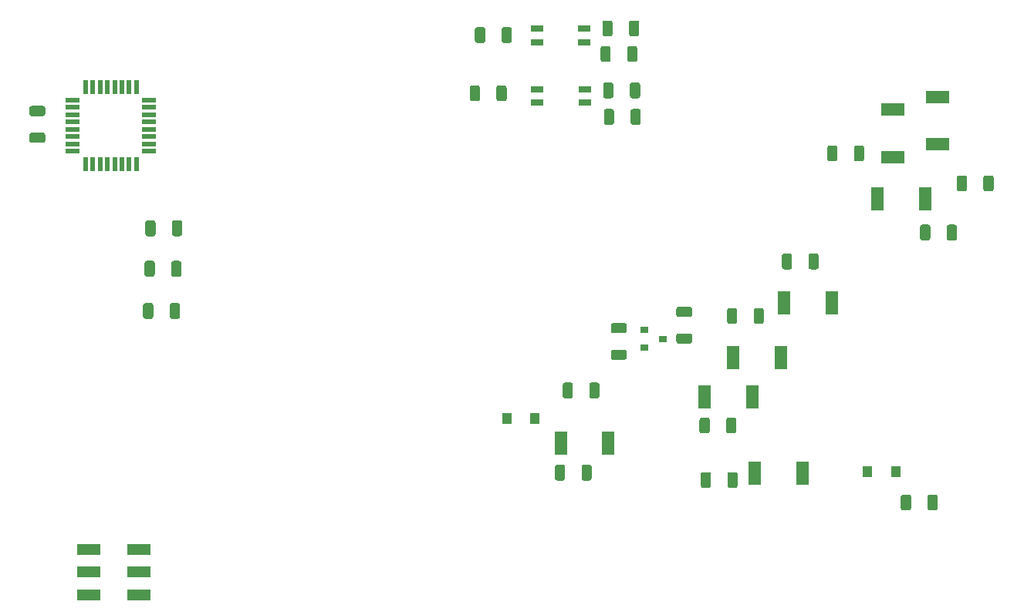
<source format=gbp>
%TF.GenerationSoftware,KiCad,Pcbnew,5.1.10-88a1d61d58~88~ubuntu20.04.1*%
%TF.CreationDate,2021-06-09T14:37:20-04:00*%
%TF.ProjectId,avBadge_2021,61764261-6467-4655-9f32-3032312e6b69,rev?*%
%TF.SameCoordinates,Original*%
%TF.FileFunction,Paste,Bot*%
%TF.FilePolarity,Positive*%
%FSLAX46Y46*%
G04 Gerber Fmt 4.6, Leading zero omitted, Abs format (unit mm)*
G04 Created by KiCad (PCBNEW 5.1.10-88a1d61d58~88~ubuntu20.04.1) date 2021-06-09 14:37:20*
%MOMM*%
%LPD*%
G01*
G04 APERTURE LIST*
%ADD10R,1.400000X2.600000*%
%ADD11R,2.500000X1.200000*%
%ADD12R,0.550000X1.500000*%
%ADD13R,1.500000X0.550000*%
%ADD14R,1.080000X1.250000*%
%ADD15R,0.900000X0.800000*%
%ADD16R,1.400000X0.800000*%
%ADD17R,2.600000X1.400000*%
G04 APERTURE END LIST*
D10*
%TO.C,D8*%
X199737360Y-95895160D03*
X204937360Y-95895160D03*
%TD*%
%TO.C,D6*%
X186270280Y-125994160D03*
X191470280Y-125994160D03*
%TD*%
%TO.C,D7*%
X164980000Y-122737880D03*
X170180000Y-122737880D03*
%TD*%
D11*
%TO.C,SW1*%
X113231480Y-139390760D03*
X113231480Y-136890760D03*
X113231480Y-134390760D03*
X118731480Y-139390760D03*
X118731480Y-136890760D03*
X118731480Y-134390760D03*
%TD*%
D12*
%TO.C,U1*%
X112836040Y-92043360D03*
X113636040Y-92043360D03*
X114436040Y-92043360D03*
X115236040Y-92043360D03*
X116036040Y-92043360D03*
X116836040Y-92043360D03*
X117636040Y-92043360D03*
X118436040Y-92043360D03*
D13*
X119836040Y-90643360D03*
X119836040Y-89843360D03*
X119836040Y-89043360D03*
X119836040Y-88243360D03*
X119836040Y-87443360D03*
X119836040Y-86643360D03*
X119836040Y-85843360D03*
X119836040Y-85043360D03*
D12*
X118436040Y-83643360D03*
X117636040Y-83643360D03*
X116836040Y-83643360D03*
X116036040Y-83643360D03*
X115236040Y-83643360D03*
X114436040Y-83643360D03*
X113636040Y-83643360D03*
D13*
X111436040Y-85043360D03*
X111436040Y-85843360D03*
X111436040Y-86643360D03*
X111436040Y-87443360D03*
X111436040Y-88243360D03*
X111436040Y-89043360D03*
X111436040Y-89843360D03*
X111436040Y-90643360D03*
D12*
X112836040Y-83643360D03*
%TD*%
D14*
%TO.C,D5*%
X159043760Y-119969280D03*
X162163760Y-119969280D03*
%TD*%
%TO.C,C1*%
G36*
G01*
X108173681Y-86796580D02*
X106923679Y-86796580D01*
G75*
G02*
X106673680Y-86546581I0J249999D01*
G01*
X106673680Y-85921579D01*
G75*
G02*
X106923679Y-85671580I249999J0D01*
G01*
X108173681Y-85671580D01*
G75*
G02*
X108423680Y-85921579I0J-249999D01*
G01*
X108423680Y-86546581D01*
G75*
G02*
X108173681Y-86796580I-249999J0D01*
G01*
G37*
G36*
G01*
X108173681Y-89721580D02*
X106923679Y-89721580D01*
G75*
G02*
X106673680Y-89471581I0J249999D01*
G01*
X106673680Y-88846579D01*
G75*
G02*
X106923679Y-88596580I249999J0D01*
G01*
X108173681Y-88596580D01*
G75*
G02*
X108423680Y-88846579I0J-249999D01*
G01*
X108423680Y-89471581D01*
G75*
G02*
X108173681Y-89721580I-249999J0D01*
G01*
G37*
%TD*%
%TO.C,C2*%
G36*
G01*
X179151441Y-108863020D02*
X177901439Y-108863020D01*
G75*
G02*
X177651440Y-108613021I0J249999D01*
G01*
X177651440Y-107988019D01*
G75*
G02*
X177901439Y-107738020I249999J0D01*
G01*
X179151441Y-107738020D01*
G75*
G02*
X179401440Y-107988019I0J-249999D01*
G01*
X179401440Y-108613021D01*
G75*
G02*
X179151441Y-108863020I-249999J0D01*
G01*
G37*
G36*
G01*
X179151441Y-111788020D02*
X177901439Y-111788020D01*
G75*
G02*
X177651440Y-111538021I0J249999D01*
G01*
X177651440Y-110913019D01*
G75*
G02*
X177901439Y-110663020I249999J0D01*
G01*
X179151441Y-110663020D01*
G75*
G02*
X179401440Y-110913019I0J-249999D01*
G01*
X179401440Y-111538021D01*
G75*
G02*
X179151441Y-111788020I-249999J0D01*
G01*
G37*
%TD*%
%TO.C,D3*%
X198617400Y-125846840D03*
X201737400Y-125846840D03*
%TD*%
%TO.C,R2*%
G36*
G01*
X170839020Y-86263319D02*
X170839020Y-87513321D01*
G75*
G02*
X170589021Y-87763320I-249999J0D01*
G01*
X169964019Y-87763320D01*
G75*
G02*
X169714020Y-87513321I0J249999D01*
G01*
X169714020Y-86263319D01*
G75*
G02*
X169964019Y-86013320I249999J0D01*
G01*
X170589021Y-86013320D01*
G75*
G02*
X170839020Y-86263319I0J-249999D01*
G01*
G37*
G36*
G01*
X173764020Y-86263319D02*
X173764020Y-87513321D01*
G75*
G02*
X173514021Y-87763320I-249999J0D01*
G01*
X172889019Y-87763320D01*
G75*
G02*
X172639020Y-87513321I0J249999D01*
G01*
X172639020Y-86263319D01*
G75*
G02*
X172889019Y-86013320I249999J0D01*
G01*
X173514021Y-86013320D01*
G75*
G02*
X173764020Y-86263319I0J-249999D01*
G01*
G37*
%TD*%
%TO.C,R1*%
G36*
G01*
X170463100Y-79344359D02*
X170463100Y-80594361D01*
G75*
G02*
X170213101Y-80844360I-249999J0D01*
G01*
X169588099Y-80844360D01*
G75*
G02*
X169338100Y-80594361I0J249999D01*
G01*
X169338100Y-79344359D01*
G75*
G02*
X169588099Y-79094360I249999J0D01*
G01*
X170213101Y-79094360D01*
G75*
G02*
X170463100Y-79344359I0J-249999D01*
G01*
G37*
G36*
G01*
X173388100Y-79344359D02*
X173388100Y-80594361D01*
G75*
G02*
X173138101Y-80844360I-249999J0D01*
G01*
X172513099Y-80844360D01*
G75*
G02*
X172263100Y-80594361I0J249999D01*
G01*
X172263100Y-79344359D01*
G75*
G02*
X172513099Y-79094360I249999J0D01*
G01*
X173138101Y-79094360D01*
G75*
G02*
X173388100Y-79344359I0J-249999D01*
G01*
G37*
%TD*%
%TO.C,R4*%
G36*
G01*
X157919800Y-84912361D02*
X157919800Y-83662359D01*
G75*
G02*
X158169799Y-83412360I249999J0D01*
G01*
X158794801Y-83412360D01*
G75*
G02*
X159044800Y-83662359I0J-249999D01*
G01*
X159044800Y-84912361D01*
G75*
G02*
X158794801Y-85162360I-249999J0D01*
G01*
X158169799Y-85162360D01*
G75*
G02*
X157919800Y-84912361I0J249999D01*
G01*
G37*
G36*
G01*
X154994800Y-84912361D02*
X154994800Y-83662359D01*
G75*
G02*
X155244799Y-83412360I249999J0D01*
G01*
X155869801Y-83412360D01*
G75*
G02*
X156119800Y-83662359I0J-249999D01*
G01*
X156119800Y-84912361D01*
G75*
G02*
X155869801Y-85162360I-249999J0D01*
G01*
X155244799Y-85162360D01*
G75*
G02*
X154994800Y-84912361I0J249999D01*
G01*
G37*
%TD*%
%TO.C,R3*%
G36*
G01*
X158493840Y-78516641D02*
X158493840Y-77266639D01*
G75*
G02*
X158743839Y-77016640I249999J0D01*
G01*
X159368841Y-77016640D01*
G75*
G02*
X159618840Y-77266639I0J-249999D01*
G01*
X159618840Y-78516641D01*
G75*
G02*
X159368841Y-78766640I-249999J0D01*
G01*
X158743839Y-78766640D01*
G75*
G02*
X158493840Y-78516641I0J249999D01*
G01*
G37*
G36*
G01*
X155568840Y-78516641D02*
X155568840Y-77266639D01*
G75*
G02*
X155818839Y-77016640I249999J0D01*
G01*
X156443841Y-77016640D01*
G75*
G02*
X156693840Y-77266639I0J-249999D01*
G01*
X156693840Y-78516641D01*
G75*
G02*
X156443841Y-78766640I-249999J0D01*
G01*
X155818839Y-78766640D01*
G75*
G02*
X155568840Y-78516641I0J249999D01*
G01*
G37*
%TD*%
%TO.C,R6*%
G36*
G01*
X170767900Y-83337239D02*
X170767900Y-84587241D01*
G75*
G02*
X170517901Y-84837240I-249999J0D01*
G01*
X169892899Y-84837240D01*
G75*
G02*
X169642900Y-84587241I0J249999D01*
G01*
X169642900Y-83337239D01*
G75*
G02*
X169892899Y-83087240I249999J0D01*
G01*
X170517901Y-83087240D01*
G75*
G02*
X170767900Y-83337239I0J-249999D01*
G01*
G37*
G36*
G01*
X173692900Y-83337239D02*
X173692900Y-84587241D01*
G75*
G02*
X173442901Y-84837240I-249999J0D01*
G01*
X172817899Y-84837240D01*
G75*
G02*
X172567900Y-84587241I0J249999D01*
G01*
X172567900Y-83337239D01*
G75*
G02*
X172817899Y-83087240I249999J0D01*
G01*
X173442901Y-83087240D01*
G75*
G02*
X173692900Y-83337239I0J-249999D01*
G01*
G37*
%TD*%
%TO.C,R5*%
G36*
G01*
X170666300Y-76535119D02*
X170666300Y-77785121D01*
G75*
G02*
X170416301Y-78035120I-249999J0D01*
G01*
X169791299Y-78035120D01*
G75*
G02*
X169541300Y-77785121I0J249999D01*
G01*
X169541300Y-76535119D01*
G75*
G02*
X169791299Y-76285120I249999J0D01*
G01*
X170416301Y-76285120D01*
G75*
G02*
X170666300Y-76535119I0J-249999D01*
G01*
G37*
G36*
G01*
X173591300Y-76535119D02*
X173591300Y-77785121D01*
G75*
G02*
X173341301Y-78035120I-249999J0D01*
G01*
X172716299Y-78035120D01*
G75*
G02*
X172466300Y-77785121I0J249999D01*
G01*
X172466300Y-76535119D01*
G75*
G02*
X172716299Y-76285120I249999J0D01*
G01*
X173341301Y-76285120D01*
G75*
G02*
X173591300Y-76535119I0J-249999D01*
G01*
G37*
%TD*%
%TO.C,R8*%
G36*
G01*
X205223220Y-129870361D02*
X205223220Y-128620359D01*
G75*
G02*
X205473219Y-128370360I249999J0D01*
G01*
X206098221Y-128370360D01*
G75*
G02*
X206348220Y-128620359I0J-249999D01*
G01*
X206348220Y-129870361D01*
G75*
G02*
X206098221Y-130120360I-249999J0D01*
G01*
X205473219Y-130120360D01*
G75*
G02*
X205223220Y-129870361I0J249999D01*
G01*
G37*
G36*
G01*
X202298220Y-129870361D02*
X202298220Y-128620359D01*
G75*
G02*
X202548219Y-128370360I249999J0D01*
G01*
X203173221Y-128370360D01*
G75*
G02*
X203423220Y-128620359I0J-249999D01*
G01*
X203423220Y-129870361D01*
G75*
G02*
X203173221Y-130120360I-249999J0D01*
G01*
X202548219Y-130120360D01*
G75*
G02*
X202298220Y-129870361I0J249999D01*
G01*
G37*
%TD*%
%TO.C,R10*%
G36*
G01*
X168118900Y-117561521D02*
X168118900Y-116311519D01*
G75*
G02*
X168368899Y-116061520I249999J0D01*
G01*
X168993901Y-116061520D01*
G75*
G02*
X169243900Y-116311519I0J-249999D01*
G01*
X169243900Y-117561521D01*
G75*
G02*
X168993901Y-117811520I-249999J0D01*
G01*
X168368899Y-117811520D01*
G75*
G02*
X168118900Y-117561521I0J249999D01*
G01*
G37*
G36*
G01*
X165193900Y-117561521D02*
X165193900Y-116311519D01*
G75*
G02*
X165443899Y-116061520I249999J0D01*
G01*
X166068901Y-116061520D01*
G75*
G02*
X166318900Y-116311519I0J-249999D01*
G01*
X166318900Y-117561521D01*
G75*
G02*
X166068901Y-117811520I-249999J0D01*
G01*
X165443899Y-117811520D01*
G75*
G02*
X165193900Y-117561521I0J249999D01*
G01*
G37*
%TD*%
%TO.C,R9*%
G36*
G01*
X120436340Y-102940959D02*
X120436340Y-104190961D01*
G75*
G02*
X120186341Y-104440960I-249999J0D01*
G01*
X119561339Y-104440960D01*
G75*
G02*
X119311340Y-104190961I0J249999D01*
G01*
X119311340Y-102940959D01*
G75*
G02*
X119561339Y-102690960I249999J0D01*
G01*
X120186341Y-102690960D01*
G75*
G02*
X120436340Y-102940959I0J-249999D01*
G01*
G37*
G36*
G01*
X123361340Y-102940959D02*
X123361340Y-104190961D01*
G75*
G02*
X123111341Y-104440960I-249999J0D01*
G01*
X122486339Y-104440960D01*
G75*
G02*
X122236340Y-104190961I0J249999D01*
G01*
X122236340Y-102940959D01*
G75*
G02*
X122486339Y-102690960I249999J0D01*
G01*
X123111341Y-102690960D01*
G75*
G02*
X123361340Y-102940959I0J-249999D01*
G01*
G37*
%TD*%
%TO.C,R13*%
G36*
G01*
X170723399Y-112451180D02*
X171973401Y-112451180D01*
G75*
G02*
X172223400Y-112701179I0J-249999D01*
G01*
X172223400Y-113326181D01*
G75*
G02*
X171973401Y-113576180I-249999J0D01*
G01*
X170723399Y-113576180D01*
G75*
G02*
X170473400Y-113326181I0J249999D01*
G01*
X170473400Y-112701179D01*
G75*
G02*
X170723399Y-112451180I249999J0D01*
G01*
G37*
G36*
G01*
X170723399Y-109526180D02*
X171973401Y-109526180D01*
G75*
G02*
X172223400Y-109776179I0J-249999D01*
G01*
X172223400Y-110401181D01*
G75*
G02*
X171973401Y-110651180I-249999J0D01*
G01*
X170723399Y-110651180D01*
G75*
G02*
X170473400Y-110401181I0J249999D01*
G01*
X170473400Y-109776179D01*
G75*
G02*
X170723399Y-109526180I249999J0D01*
G01*
G37*
%TD*%
%TO.C,R14*%
G36*
G01*
X183266380Y-127396401D02*
X183266380Y-126146399D01*
G75*
G02*
X183516379Y-125896400I249999J0D01*
G01*
X184141381Y-125896400D01*
G75*
G02*
X184391380Y-126146399I0J-249999D01*
G01*
X184391380Y-127396401D01*
G75*
G02*
X184141381Y-127646400I-249999J0D01*
G01*
X183516379Y-127646400D01*
G75*
G02*
X183266380Y-127396401I0J249999D01*
G01*
G37*
G36*
G01*
X180341380Y-127396401D02*
X180341380Y-126146399D01*
G75*
G02*
X180591379Y-125896400I249999J0D01*
G01*
X181216381Y-125896400D01*
G75*
G02*
X181466380Y-126146399I0J-249999D01*
G01*
X181466380Y-127396401D01*
G75*
G02*
X181216381Y-127646400I-249999J0D01*
G01*
X180591379Y-127646400D01*
G75*
G02*
X180341380Y-127396401I0J249999D01*
G01*
G37*
%TD*%
%TO.C,R15*%
G36*
G01*
X167255300Y-126583601D02*
X167255300Y-125333599D01*
G75*
G02*
X167505299Y-125083600I249999J0D01*
G01*
X168130301Y-125083600D01*
G75*
G02*
X168380300Y-125333599I0J-249999D01*
G01*
X168380300Y-126583601D01*
G75*
G02*
X168130301Y-126833600I-249999J0D01*
G01*
X167505299Y-126833600D01*
G75*
G02*
X167255300Y-126583601I0J249999D01*
G01*
G37*
G36*
G01*
X164330300Y-126583601D02*
X164330300Y-125333599D01*
G75*
G02*
X164580299Y-125083600I249999J0D01*
G01*
X165205301Y-125083600D01*
G75*
G02*
X165455300Y-125333599I0J-249999D01*
G01*
X165455300Y-126583601D01*
G75*
G02*
X165205301Y-126833600I-249999J0D01*
G01*
X164580299Y-126833600D01*
G75*
G02*
X164330300Y-126583601I0J249999D01*
G01*
G37*
%TD*%
%TO.C,R16*%
G36*
G01*
X207330340Y-100213321D02*
X207330340Y-98963319D01*
G75*
G02*
X207580339Y-98713320I249999J0D01*
G01*
X208205341Y-98713320D01*
G75*
G02*
X208455340Y-98963319I0J-249999D01*
G01*
X208455340Y-100213321D01*
G75*
G02*
X208205341Y-100463320I-249999J0D01*
G01*
X207580339Y-100463320D01*
G75*
G02*
X207330340Y-100213321I0J249999D01*
G01*
G37*
G36*
G01*
X204405340Y-100213321D02*
X204405340Y-98963319D01*
G75*
G02*
X204655339Y-98713320I249999J0D01*
G01*
X205280341Y-98713320D01*
G75*
G02*
X205530340Y-98963319I0J-249999D01*
G01*
X205530340Y-100213321D01*
G75*
G02*
X205280341Y-100463320I-249999J0D01*
G01*
X204655339Y-100463320D01*
G75*
G02*
X204405340Y-100213321I0J249999D01*
G01*
G37*
%TD*%
%TO.C,R18*%
G36*
G01*
X186146740Y-109372561D02*
X186146740Y-108122559D01*
G75*
G02*
X186396739Y-107872560I249999J0D01*
G01*
X187021741Y-107872560D01*
G75*
G02*
X187271740Y-108122559I0J-249999D01*
G01*
X187271740Y-109372561D01*
G75*
G02*
X187021741Y-109622560I-249999J0D01*
G01*
X186396739Y-109622560D01*
G75*
G02*
X186146740Y-109372561I0J249999D01*
G01*
G37*
G36*
G01*
X183221740Y-109372561D02*
X183221740Y-108122559D01*
G75*
G02*
X183471739Y-107872560I249999J0D01*
G01*
X184096741Y-107872560D01*
G75*
G02*
X184346740Y-108122559I0J-249999D01*
G01*
X184346740Y-109372561D01*
G75*
G02*
X184096741Y-109622560I-249999J0D01*
G01*
X183471739Y-109622560D01*
G75*
G02*
X183221740Y-109372561I0J249999D01*
G01*
G37*
%TD*%
%TO.C,R19*%
G36*
G01*
X192162540Y-103378161D02*
X192162540Y-102128159D01*
G75*
G02*
X192412539Y-101878160I249999J0D01*
G01*
X193037541Y-101878160D01*
G75*
G02*
X193287540Y-102128159I0J-249999D01*
G01*
X193287540Y-103378161D01*
G75*
G02*
X193037541Y-103628160I-249999J0D01*
G01*
X192412539Y-103628160D01*
G75*
G02*
X192162540Y-103378161I0J249999D01*
G01*
G37*
G36*
G01*
X189237540Y-103378161D02*
X189237540Y-102128159D01*
G75*
G02*
X189487539Y-101878160I249999J0D01*
G01*
X190112541Y-101878160D01*
G75*
G02*
X190362540Y-102128159I0J-249999D01*
G01*
X190362540Y-103378161D01*
G75*
G02*
X190112541Y-103628160I-249999J0D01*
G01*
X189487539Y-103628160D01*
G75*
G02*
X189237540Y-103378161I0J249999D01*
G01*
G37*
%TD*%
%TO.C,R20*%
G36*
G01*
X183130300Y-121407081D02*
X183130300Y-120157079D01*
G75*
G02*
X183380299Y-119907080I249999J0D01*
G01*
X184005301Y-119907080D01*
G75*
G02*
X184255300Y-120157079I0J-249999D01*
G01*
X184255300Y-121407081D01*
G75*
G02*
X184005301Y-121657080I-249999J0D01*
G01*
X183380299Y-121657080D01*
G75*
G02*
X183130300Y-121407081I0J249999D01*
G01*
G37*
G36*
G01*
X180205300Y-121407081D02*
X180205300Y-120157079D01*
G75*
G02*
X180455299Y-119907080I249999J0D01*
G01*
X181080301Y-119907080D01*
G75*
G02*
X181330300Y-120157079I0J-249999D01*
G01*
X181330300Y-121407081D01*
G75*
G02*
X181080301Y-121657080I-249999J0D01*
G01*
X180455299Y-121657080D01*
G75*
G02*
X180205300Y-121407081I0J249999D01*
G01*
G37*
%TD*%
D15*
%TO.C,Q1*%
X176147480Y-111257120D03*
X174147480Y-110307120D03*
X174147480Y-112207120D03*
%TD*%
D16*
%TO.C,D2*%
X167624760Y-83843200D03*
X162424760Y-83843200D03*
X162424760Y-85293200D03*
X167624760Y-85293200D03*
%TD*%
D10*
%TO.C,D10*%
X183903000Y-113294160D03*
X189103000Y-113294160D03*
%TD*%
%TO.C,D11*%
X189506240Y-107320080D03*
X194706240Y-107320080D03*
%TD*%
%TO.C,D12*%
X180794040Y-117602000D03*
X185994040Y-117602000D03*
%TD*%
%TO.C,R7*%
G36*
G01*
X120278860Y-107573919D02*
X120278860Y-108823921D01*
G75*
G02*
X120028861Y-109073920I-249999J0D01*
G01*
X119403859Y-109073920D01*
G75*
G02*
X119153860Y-108823921I0J249999D01*
G01*
X119153860Y-107573919D01*
G75*
G02*
X119403859Y-107323920I249999J0D01*
G01*
X120028861Y-107323920D01*
G75*
G02*
X120278860Y-107573919I0J-249999D01*
G01*
G37*
G36*
G01*
X123203860Y-107573919D02*
X123203860Y-108823921D01*
G75*
G02*
X122953861Y-109073920I-249999J0D01*
G01*
X122328859Y-109073920D01*
G75*
G02*
X122078860Y-108823921I0J249999D01*
G01*
X122078860Y-107573919D01*
G75*
G02*
X122328859Y-107323920I249999J0D01*
G01*
X122953861Y-107323920D01*
G75*
G02*
X123203860Y-107573919I0J-249999D01*
G01*
G37*
%TD*%
%TO.C,R11*%
G36*
G01*
X211349700Y-94808201D02*
X211349700Y-93558199D01*
G75*
G02*
X211599699Y-93308200I249999J0D01*
G01*
X212224701Y-93308200D01*
G75*
G02*
X212474700Y-93558199I0J-249999D01*
G01*
X212474700Y-94808201D01*
G75*
G02*
X212224701Y-95058200I-249999J0D01*
G01*
X211599699Y-95058200D01*
G75*
G02*
X211349700Y-94808201I0J249999D01*
G01*
G37*
G36*
G01*
X208424700Y-94808201D02*
X208424700Y-93558199D01*
G75*
G02*
X208674699Y-93308200I249999J0D01*
G01*
X209299701Y-93308200D01*
G75*
G02*
X209549700Y-93558199I0J-249999D01*
G01*
X209549700Y-94808201D01*
G75*
G02*
X209299701Y-95058200I-249999J0D01*
G01*
X208674699Y-95058200D01*
G75*
G02*
X208424700Y-94808201I0J249999D01*
G01*
G37*
%TD*%
%TO.C,R12*%
G36*
G01*
X120526700Y-98490879D02*
X120526700Y-99740881D01*
G75*
G02*
X120276701Y-99990880I-249999J0D01*
G01*
X119651699Y-99990880D01*
G75*
G02*
X119401700Y-99740881I0J249999D01*
G01*
X119401700Y-98490879D01*
G75*
G02*
X119651699Y-98240880I249999J0D01*
G01*
X120276701Y-98240880D01*
G75*
G02*
X120526700Y-98490879I0J-249999D01*
G01*
G37*
G36*
G01*
X123451700Y-98490879D02*
X123451700Y-99740881D01*
G75*
G02*
X123201701Y-99990880I-249999J0D01*
G01*
X122576699Y-99990880D01*
G75*
G02*
X122326700Y-99740881I0J249999D01*
G01*
X122326700Y-98490879D01*
G75*
G02*
X122576699Y-98240880I249999J0D01*
G01*
X123201701Y-98240880D01*
G75*
G02*
X123451700Y-98490879I0J-249999D01*
G01*
G37*
%TD*%
D16*
%TO.C,D1*%
X167553640Y-77203640D03*
X162353640Y-77203640D03*
X162353640Y-78653640D03*
X167553640Y-78653640D03*
%TD*%
D17*
%TO.C,D4*%
X206339440Y-89893760D03*
X206339440Y-84693760D03*
%TD*%
%TO.C,D9*%
X201437240Y-91287600D03*
X201437240Y-86087600D03*
%TD*%
%TO.C,R17*%
G36*
G01*
X197144940Y-91521441D02*
X197144940Y-90271439D01*
G75*
G02*
X197394939Y-90021440I249999J0D01*
G01*
X198019941Y-90021440D01*
G75*
G02*
X198269940Y-90271439I0J-249999D01*
G01*
X198269940Y-91521441D01*
G75*
G02*
X198019941Y-91771440I-249999J0D01*
G01*
X197394939Y-91771440D01*
G75*
G02*
X197144940Y-91521441I0J249999D01*
G01*
G37*
G36*
G01*
X194219940Y-91521441D02*
X194219940Y-90271439D01*
G75*
G02*
X194469939Y-90021440I249999J0D01*
G01*
X195094941Y-90021440D01*
G75*
G02*
X195344940Y-90271439I0J-249999D01*
G01*
X195344940Y-91521441D01*
G75*
G02*
X195094941Y-91771440I-249999J0D01*
G01*
X194469939Y-91771440D01*
G75*
G02*
X194219940Y-91521441I0J249999D01*
G01*
G37*
%TD*%
M02*

</source>
